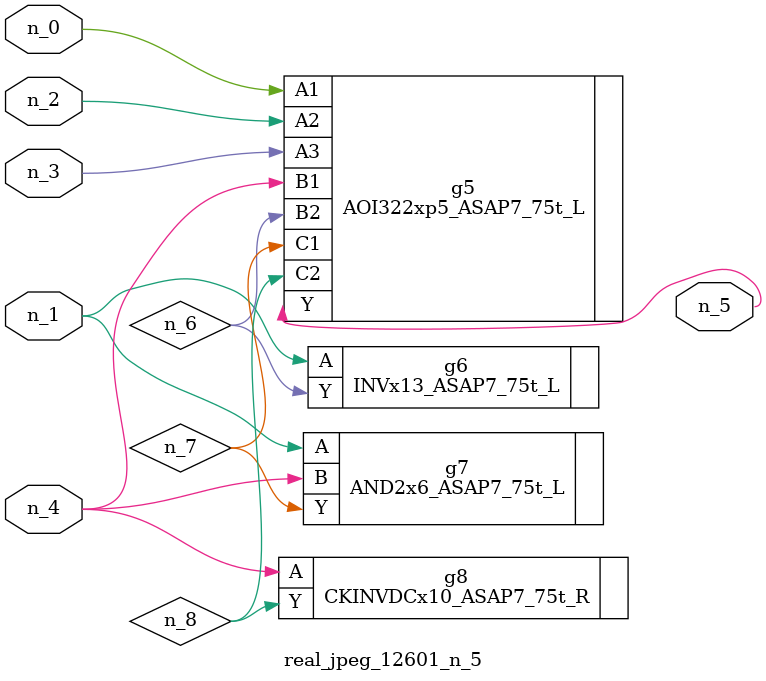
<source format=v>
module real_jpeg_12601_n_5 (n_4, n_0, n_1, n_2, n_3, n_5);

input n_4;
input n_0;
input n_1;
input n_2;
input n_3;

output n_5;

wire n_8;
wire n_6;
wire n_7;

AOI322xp5_ASAP7_75t_L g5 ( 
.A1(n_0),
.A2(n_2),
.A3(n_3),
.B1(n_4),
.B2(n_6),
.C1(n_7),
.C2(n_8),
.Y(n_5)
);

INVx13_ASAP7_75t_L g6 ( 
.A(n_1),
.Y(n_6)
);

AND2x6_ASAP7_75t_L g7 ( 
.A(n_1),
.B(n_4),
.Y(n_7)
);

CKINVDCx10_ASAP7_75t_R g8 ( 
.A(n_4),
.Y(n_8)
);


endmodule
</source>
